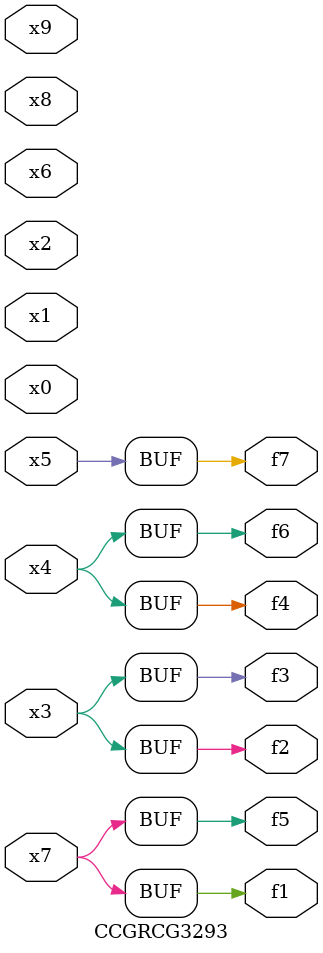
<source format=v>
module CCGRCG3293(
	input x0, x1, x2, x3, x4, x5, x6, x7, x8, x9,
	output f1, f2, f3, f4, f5, f6, f7
);
	assign f1 = x7;
	assign f2 = x3;
	assign f3 = x3;
	assign f4 = x4;
	assign f5 = x7;
	assign f6 = x4;
	assign f7 = x5;
endmodule

</source>
